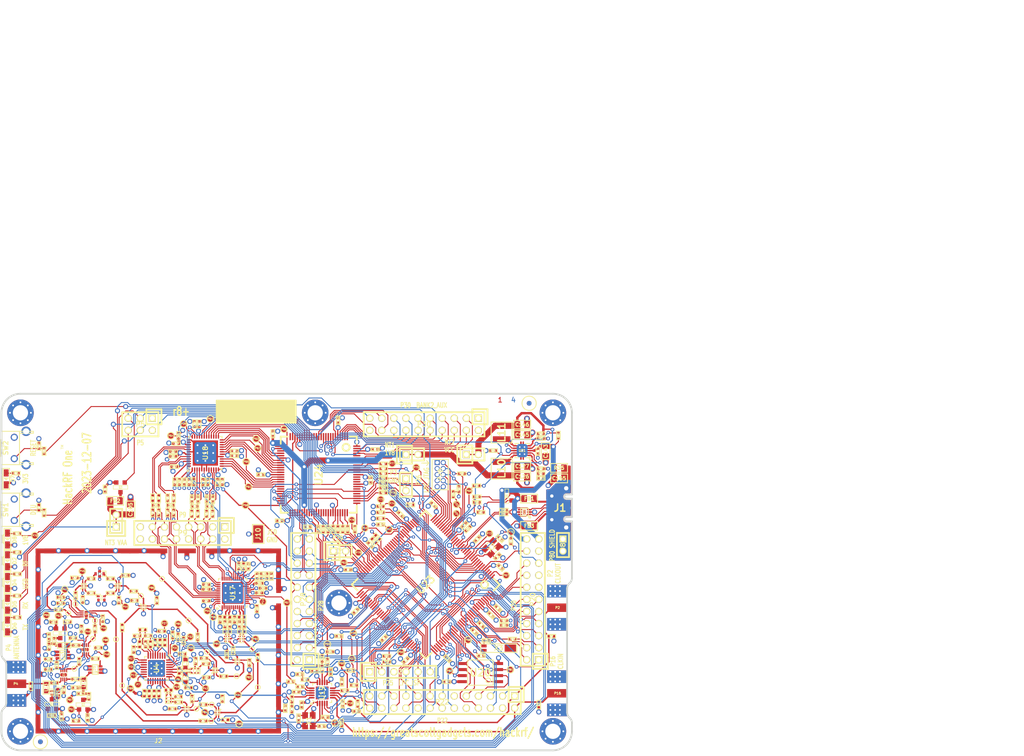
<source format=kicad_pcb>
(kicad_pcb (version 20211014) (generator pcbnew)

  (general
    (thickness 1.6116)
  )

  (paper "USLegal")
  (title_block
    (title "${TITLE}")
    (date "${DATE}")
    (rev "${VERSION}")
    (company "${COPYRIGHT}")
    (comment 1 "${LICENSE}")
  )

  (layers
    (0 "F.Cu" signal "C1F")
    (1 "In1.Cu" signal "C2")
    (2 "In2.Cu" signal "C3")
    (31 "B.Cu" signal "C4B")
    (32 "B.Adhes" user "B.Adhesive")
    (33 "F.Adhes" user "F.Adhesive")
    (34 "B.Paste" user)
    (35 "F.Paste" user)
    (36 "B.SilkS" user "B.Silkscreen")
    (37 "F.SilkS" user "F.Silkscreen")
    (38 "B.Mask" user)
    (39 "F.Mask" user)
    (41 "Cmts.User" user "User.Comments")
    (44 "Edge.Cuts" user)
    (45 "Margin" user)
    (46 "B.CrtYd" user "B.Courtyard")
    (47 "F.CrtYd" user "F.Courtyard")
    (49 "F.Fab" user)
  )

  (setup
    (stackup
      (layer "F.SilkS" (type "Top Silk Screen") (color "White"))
      (layer "F.Paste" (type "Top Solder Paste"))
      (layer "F.Mask" (type "Top Solder Mask") (color "Green") (thickness 0.0127) (material "LPI") (epsilon_r 3.8) (loss_tangent 0))
      (layer "F.Cu" (type "copper") (thickness 0.035))
      (layer "dielectric 1" (type "prepreg") (thickness 0.2104) (material "7628") (epsilon_r 4.6) (loss_tangent 0))
      (layer "In1.Cu" (type "copper") (thickness 0.0152))
      (layer "dielectric 2" (type "core") (thickness 1.065) (material "7628") (epsilon_r 4.6) (loss_tangent 0))
      (layer "In2.Cu" (type "copper") (thickness 0.0152))
      (layer "dielectric 3" (type "prepreg") (thickness 0.2104) (material "7628") (epsilon_r 4.6) (loss_tangent 0))
      (layer "B.Cu" (type "copper") (thickness 0.035))
      (layer "B.Mask" (type "Bottom Solder Mask") (color "Green") (thickness 0.0127) (material "LPI") (epsilon_r 3.8) (loss_tangent 0))
      (layer "B.Paste" (type "Bottom Solder Paste"))
      (layer "B.SilkS" (type "Bottom Silk Screen") (color "White"))
      (copper_finish "ENIG")
      (dielectric_constraints yes)
    )
    (pad_to_mask_clearance 0.05)
    (pad_to_paste_clearance_ratio -0.12)
    (pcbplotparams
      (layerselection 0x00010e8_ffffffff)
      (disableapertmacros false)
      (usegerberextensions true)
      (usegerberattributes false)
      (usegerberadvancedattributes true)
      (creategerberjobfile false)
      (svguseinch false)
      (svgprecision 6)
      (excludeedgelayer true)
      (plotframeref false)
      (viasonmask false)
      (mode 1)
      (useauxorigin false)
      (hpglpennumber 1)
      (hpglpenspeed 20)
      (hpglpendiameter 15.000000)
      (dxfpolygonmode true)
      (dxfimperialunits true)
      (dxfusepcbnewfont true)
      (psnegative false)
      (psa4output false)
      (plotreference false)
      (plotvalue false)
      (plotinvisibletext false)
      (sketchpadsonfab false)
      (subtractmaskfromsilk false)
      (outputformat 1)
      (mirror false)
      (drillshape 0)
      (scaleselection 1)
      (outputdirectory "gerbers")
    )
  )

  (property "COPYRIGHT" "Copyright 2012-2023 Great Scott Gadgets")
  (property "DATE" "2023-12-07")
  (property "LICENSE" "Licensed under the CERN-OHL-P v2")
  (property "TITLE" "HackRF One")
  (property "VERSION" "8+")

  (net 0 "")
  (net 1 "!MIX_BYPASS")
  (net 2 "!RX_AMP_PWR")
  (net 3 "!TX_AMP_PWR")
  (net 4 "!VAA_ENABLE")
  (net 5 "/baseband/CLK0")
  (net 6 "/baseband/CLK1")
  (net 7 "/baseband/CLK2")
  (net 8 "/baseband/CLK3")
  (net 9 "/baseband/CLK5")
  (net 10 "/baseband/COM")
  (net 11 "/baseband/CPOUT+")
  (net 12 "/baseband/CPOUT-")
  (net 13 "/baseband/IA+")
  (net 14 "/baseband/IA-")
  (net 15 "/baseband/ID+")
  (net 16 "/baseband/ID-")
  (net 17 "/baseband/INTR")
  (net 18 "/baseband/OEB")
  (net 19 "/baseband/QA+")
  (net 20 "/baseband/QA-")
  (net 21 "/baseband/QD+")
  (net 22 "/baseband/QD-")
  (net 23 "/baseband/REFN")
  (net 24 "/baseband/REFP")
  (net 25 "/baseband/RXBBI+")
  (net 26 "/baseband/RXBBI-")
  (net 27 "/baseband/RXBBQ+")
  (net 28 "/baseband/RXBBQ-")
  (net 29 "/baseband/TXBBI+")
  (net 30 "/baseband/TXBBI-")
  (net 31 "/baseband/TXBBQ+")
  (net 32 "/baseband/TXBBQ-")
  (net 33 "/baseband/XA")
  (net 34 "/baseband/XB")
  (net 35 "/baseband/XCVR_CLKOUT")
  (net 36 "/baseband/XTAL2")
  (net 37 "/frontend/!ANT_BIAS")
  (net 38 "/frontend/REF_IN")
  (net 39 "/frontend/RX_AMP_OUT")
  (net 40 "/frontend/TX_AMP_IN")
  (net 41 "/frontend/TX_AMP_OUT")
  (net 42 "/mcu/usb/power/ADC0_0")
  (net 43 "/mcu/usb/power/ADC0_2")
  (net 44 "/mcu/usb/power/ADC0_5")
  (net 45 "/mcu/usb/power/ADC0_6")
  (net 46 "/mcu/usb/power/B1AUX13")
  (net 47 "/mcu/usb/power/B1AUX14")
  (net 48 "/mcu/usb/power/B2AUX1")
  (net 49 "/mcu/usb/power/B2AUX10")
  (net 50 "/mcu/usb/power/B2AUX11")
  (net 51 "/mcu/usb/power/B2AUX12")
  (net 52 "/mcu/usb/power/B2AUX13")
  (net 53 "/mcu/usb/power/B2AUX14")
  (net 54 "/mcu/usb/power/B2AUX15")
  (net 55 "/mcu/usb/power/B2AUX16")
  (net 56 "/mcu/usb/power/B2AUX2")
  (net 57 "/mcu/usb/power/B2AUX3")
  (net 58 "/mcu/usb/power/B2AUX4")
  (net 59 "/mcu/usb/power/B2AUX5")
  (net 60 "/mcu/usb/power/B2AUX6")
  (net 61 "/mcu/usb/power/B2AUX7")
  (net 62 "/mcu/usb/power/B2AUX8")
  (net 63 "/mcu/usb/power/B2AUX9")
  (net 64 "/mcu/usb/power/BANK2F3M1")
  (net 65 "/mcu/usb/power/BANK2F3M10")
  (net 66 "/mcu/usb/power/BANK2F3M11")
  (net 67 "/mcu/usb/power/BANK2F3M12")
  (net 68 "/mcu/usb/power/BANK2F3M14")
  (net 69 "/mcu/usb/power/BANK2F3M15")
  (net 70 "/mcu/usb/power/BANK2F3M16")
  (net 71 "/mcu/usb/power/BANK2F3M2")
  (net 72 "/mcu/usb/power/BANK2F3M3")
  (net 73 "/mcu/usb/power/BANK2F3M4")
  (net 74 "/mcu/usb/power/BANK2F3M5")
  (net 75 "/mcu/usb/power/BANK2F3M6")
  (net 76 "/mcu/usb/power/BANK2F3M7")
  (net 77 "/mcu/usb/power/BANK2F3M8")
  (net 78 "/mcu/usb/power/BANK2F3M9")
  (net 79 "/mcu/usb/power/CPLD_TCK")
  (net 80 "/mcu/usb/power/CPLD_TDI")
  (net 81 "/mcu/usb/power/CPLD_TDO")
  (net 82 "/mcu/usb/power/CPLD_TMS")
  (net 83 "/mcu/usb/power/DBGEN")
  (net 84 "/mcu/usb/power/DM")
  (net 85 "/mcu/usb/power/DP")
  (net 86 "/mcu/usb/power/EN1V8")
  (net 87 "/mcu/usb/power/GCK0")
  (net 88 "/mcu/usb/power/GPIO3_10")
  (net 89 "/mcu/usb/power/GPIO3_11")
  (net 90 "/mcu/usb/power/GPIO3_12")
  (net 91 "/mcu/usb/power/GPIO3_13")
  (net 92 "/mcu/usb/power/GPIO3_14")
  (net 93 "/mcu/usb/power/GPIO3_15")
  (net 94 "/mcu/usb/power/GPIO3_8")
  (net 95 "/mcu/usb/power/GPIO3_9")
  (net 96 "/mcu/usb/power/GP_CLKIN")
  (net 97 "/mcu/usb/power/I2C1_SCL")
  (net 98 "/mcu/usb/power/I2C1_SDA")
  (net 99 "/mcu/usb/power/I2S0_RX_MCLK")
  (net 100 "/mcu/usb/power/I2S0_RX_SCK")
  (net 101 "/mcu/usb/power/I2S0_RX_SDA")
  (net 102 "/mcu/usb/power/I2S0_RX_WS")
  (net 103 "/mcu/usb/power/I2S0_TX_MCLK")
  (net 104 "/mcu/usb/power/I2S0_TX_SCK")
  (net 105 "/mcu/usb/power/ISP")
  (net 106 "/mcu/usb/power/LED1")
  (net 107 "/mcu/usb/power/LED2")
  (net 108 "/mcu/usb/power/LED3")
  (net 109 "/mcu/usb/power/P1_1")
  (net 110 "/mcu/usb/power/P1_2")
  (net 111 "/mcu/usb/power/P2_13")
  (net 112 "/mcu/usb/power/P2_8")
  (net 113 "/mcu/usb/power/P2_9")
  (net 114 "/mcu/usb/power/REG_OUT1")
  (net 115 "/mcu/usb/power/REG_OUT2")
  (net 116 "/mcu/usb/power/RESET")
  (net 117 "/mcu/usb/power/RREF")
  (net 118 "/mcu/usb/power/RTCX1")
  (net 119 "/mcu/usb/power/RTCX2")
  (net 120 "/mcu/usb/power/RTC_ALARM")
  (net 121 "/mcu/usb/power/SD_CD")
  (net 122 "/mcu/usb/power/SD_CLK")
  (net 123 "/mcu/usb/power/SD_CMD")
  (net 124 "/mcu/usb/power/SD_DAT0")
  (net 125 "/mcu/usb/power/SD_DAT1")
  (net 126 "/mcu/usb/power/SD_DAT2")
  (net 127 "/mcu/usb/power/SD_DAT3")
  (net 128 "/mcu/usb/power/SD_POW")
  (net 129 "/mcu/usb/power/SD_VOLT0")
  (net 130 "/mcu/usb/power/SGPIO0")
  (net 131 "/mcu/usb/power/SGPIO1")
  (net 132 "/mcu/usb/power/SGPIO10")
  (net 133 "/mcu/usb/power/SGPIO11")
  (net 134 "/mcu/usb/power/SGPIO12")
  (net 135 "/mcu/usb/power/SGPIO13")
  (net 136 "/mcu/usb/power/SGPIO14")
  (net 137 "/mcu/usb/power/SGPIO15")
  (net 138 "/mcu/usb/power/SGPIO2")
  (net 139 "/mcu/usb/power/SGPIO3")
  (net 140 "/mcu/usb/power/SGPIO4")
  (net 141 "/mcu/usb/power/SGPIO5")
  (net 142 "/mcu/usb/power/SGPIO6")
  (net 143 "/mcu/usb/power/SGPIO7")
  (net 144 "/mcu/usb/power/SGPIO9")
  (net 145 "/mcu/usb/power/SPIFI_CS")
  (net 146 "/mcu/usb/power/SPIFI_CIPO")
  (net 147 "/mcu/usb/power/SPIFI_COPI")
  (net 148 "/mcu/usb/power/SPIFI_SCK")
  (net 149 "/mcu/usb/power/SPIFI_SIO2")
  (net 150 "/mcu/usb/power/SPIFI_SIO3")
  (net 151 "/mcu/usb/power/TCK")
  (net 152 "/mcu/usb/power/TDI")
  (net 153 "/mcu/usb/power/TDO")
  (net 154 "/mcu/usb/power/TMS")
  (net 155 "/mcu/usb/power/U0_RXD")
  (net 156 "/mcu/usb/power/U0_TXD")
  (net 157 "/mcu/usb/power/USB_SHIELD")
  (net 158 "/mcu/usb/power/VBAT")
  (net 159 "/mcu/usb/power/VBUS")
  (net 160 "/mcu/usb/power/VBUSCTRL")
  (net 161 "/mcu/usb/power/VIN")
  (net 162 "/mcu/usb/power/VREGMODE")
  (net 163 "/mcu/usb/power/WAKEUP")
  (net 164 "/mcu/usb/power/XTAL1")
  (net 165 "/mcu/usb/power/XTAL2")
  (net 166 "AMP_BYPASS")
  (net 167 "CLK6")
  (net 168 "CLKIN")
  (net 169 "CLKOUT")
  (net 170 "CS_AD")
  (net 171 "CS_XCVR")
  (net 172 "DA0")
  (net 173 "DA1")
  (net 174 "DA2")
  (net 175 "DA3")
  (net 176 "DA4")
  (net 177 "DA5")
  (net 178 "DA6")
  (net 179 "DA7")
  (net 180 "DD0")
  (net 181 "DD1")
  (net 182 "DD2")
  (net 183 "DD3")
  (net 184 "DD4")
  (net 185 "DD5")
  (net 186 "DD6")
  (net 187 "DD7")
  (net 188 "DD8")
  (net 189 "DD9")
  (net 190 "GCK1")
  (net 191 "GCK2")
  (net 192 "GND")
  (net 193 "HP")
  (net 194 "LP")
  (net 195 "MCU_CLK")
  (net 196 "MIXER_ENX")
  (net 197 "MIXER_RESETX")
  (net 198 "MIXER_SCLK")
  (net 199 "MIXER_SDATA")
  (net 200 "MIX_BYPASS")
  (net 201 "MIX_CLK")
  (net 202 "RSSI")
  (net 203 "RX")
  (net 204 "RXENABLE")
  (net 205 "RX_AMP")
  (net 206 "RX_IF")
  (net 207 "RX_MIX_BP")
  (net 208 "SCL")
  (net 209 "SDA")
  (net 210 "SGPIO_CLK")
  (net 211 "SSP1_CIPO")
  (net 212 "SSP1_COPI")
  (net 213 "SSP1_SCK")
  (net 214 "TXENABLE")
  (net 215 "TX_AMP")
  (net 216 "TX_IF")
  (net 217 "TX_MIX_BP")
  (net 218 "VAA")
  (net 219 "VCC")
  (net 220 "XCVR_EN")
  (net 221 "Net-(C8-Pad2)")
  (net 222 "Net-(C9-Pad2)")
  (net 223 "Net-(C9-Pad1)")
  (net 224 "Net-(C12-Pad1)")
  (net 225 "Net-(C13-Pad1)")
  (net 226 "Net-(C14-Pad2)")
  (net 227 "Net-(C14-Pad1)")
  (net 228 "Net-(C15-Pad2)")
  (net 229 "Net-(C17-Pad2)")
  (net 230 "Net-(C17-Pad1)")
  (net 231 "Net-(C18-Pad2)")
  (net 232 "Net-(C18-Pad1)")
  (net 233 "Net-(C20-Pad2)")
  (net 234 "Net-(C20-Pad1)")
  (net 235 "Net-(C21-Pad2)")
  (net 236 "Net-(C21-Pad1)")
  (net 237 "Net-(C23-Pad2)")
  (net 238 "Net-(C23-Pad1)")
  (net 239 "Net-(C25-Pad1)")
  (net 240 "Net-(C26-Pad2)")
  (net 241 "Net-(C26-Pad1)")
  (net 242 "Net-(C27-Pad2)")
  (net 243 "Net-(C27-Pad1)")
  (net 244 "Net-(C28-Pad2)")
  (net 245 "Net-(C28-Pad1)")
  (net 246 "Net-(C31-Pad2)")
  (net 247 "Net-(C31-Pad1)")
  (net 248 "Net-(C32-Pad2)")
  (net 249 "Net-(C32-Pad1)")
  (net 250 "Net-(C43-Pad2)")
  (net 251 "Net-(C43-Pad1)")
  (net 252 "Net-(C44-Pad2)")
  (net 253 "Net-(C44-Pad1)")
  (net 254 "Net-(C46-Pad2)")
  (net 255 "Net-(C46-Pad1)")
  (net 256 "Net-(C48-Pad1)")
  (net 257 "Net-(C49-Pad2)")
  (net 258 "Net-(C50-Pad1)")
  (net 259 "Net-(C51-Pad2)")
  (net 260 "Net-(C51-Pad1)")
  (net 261 "Net-(C163-Pad2)")
  (net 262 "Net-(C58-Pad2)")
  (net 263 "Net-(C59-Pad2)")
  (net 264 "Net-(C61-Pad2)")
  (net 265 "Net-(C61-Pad1)")
  (net 266 "Net-(C62-Pad2)")
  (net 267 "Net-(C64-Pad2)")
  (net 268 "Net-(C64-Pad1)")
  (net 269 "Net-(C99-Pad2)")
  (net 270 "Net-(C99-Pad1)")
  (net 271 "Net-(C102-Pad2)")
  (net 272 "Net-(C102-Pad1)")
  (net 273 "Net-(C104-Pad2)")
  (net 274 "Net-(C104-Pad1)")
  (net 275 "Net-(C105-Pad1)")
  (net 276 "Net-(C106-Pad1)")
  (net 277 "Net-(C111-Pad2)")
  (net 278 "Net-(C111-Pad1)")
  (net 279 "Net-(C114-Pad2)")
  (net 280 "Net-(C114-Pad1)")
  (net 281 "Net-(C125-Pad2)")
  (net 282 "Net-(C160-Pad1)")
  (net 283 "Net-(D2-Pad2)")
  (net 284 "Net-(D4-Pad2)")
  (net 285 "Net-(D5-Pad2)")
  (net 286 "Net-(D6-Pad2)")
  (net 287 "Net-(D7-Pad2)")
  (net 288 "Net-(D8-Pad2)")
  (net 289 "Net-(FB1-Pad1)")
  (net 290 "Net-(FB2-Pad1)")
  (net 291 "Net-(FB3-Pad1)")
  (net 292 "Net-(J1-Pad4)")
  (net 293 "Net-(J1-Pad3)")
  (net 294 "Net-(J1-Pad2)")
  (net 295 "Net-(L1-Pad2)")
  (net 296 "Net-(L1-Pad1)")
  (net 297 "Net-(L2-Pad1)")
  (net 298 "Net-(L3-Pad1)")
  (net 299 "Net-(L10-Pad1)")
  (net 300 "Net-(L11-Pad2)")
  (net 301 "Net-(D10-Pad1)")
  (net 302 "Net-(P6-Pad1)")
  (net 303 "Net-(P7-Pad1)")
  (net 304 "Net-(P17-Pad1)")
  (net 305 "Net-(P19-Pad1)")
  (net 306 "Net-(P24-Pad1)")
  (net 307 "Net-(R4-Pad2)")
  (net 308 "Net-(R30-Pad2)")
  (net 309 "Net-(R19-Pad2)")
  (net 310 "Net-(R51-Pad1)")
  (net 311 "Net-(R52-Pad2)")
  (net 312 "Net-(R55-Pad2)")
  (net 313 "Net-(R62-Pad1)")
  (net 314 "/frontend/RX_AMP_IN")
  (net 315 "+1V8")
  (net 316 "unconnected-(P25-Pad3)")
  (net 317 "unconnected-(P26-Pad7)")
  (net 318 "unconnected-(U4-Pad1)")
  (net 319 "unconnected-(U4-Pad2)")
  (net 320 "unconnected-(U4-Pad3)")
  (net 321 "unconnected-(U4-Pad11)")
  (net 322 "unconnected-(U4-Pad13)")
  (net 323 "unconnected-(U4-Pad14)")
  (net 324 "unconnected-(U4-Pad17)")
  (net 325 "unconnected-(U4-Pad18)")
  (net 326 "unconnected-(U4-Pad20)")
  (net 327 "unconnected-(U4-Pad21)")
  (net 328 "unconnected-(U9-Pad2)")
  (net 329 "unconnected-(U12-Pad2)")
  (net 330 "unconnected-(U14-Pad2)")
  (net 331 "unconnected-(U15-Pad4)")
  (net 332 "unconnected-(U15-Pad6)")
  (net 333 "unconnected-(U17-Pad3)")
  (net 334 "unconnected-(U17-Pad6)")
  (net 335 "unconnected-(U17-Pad8)")
  (net 336 "unconnected-(U17-Pad9)")
  (net 337 "unconnected-(U17-Pad12)")
  (net 338 "unconnected-(U17-Pad14)")
  (net 339 "unconnected-(U17-Pad18)")
  (net 340 "unconnected-(U17-Pad33)")
  (net 341 "unconnected-(U17-Pad34)")
  (net 342 "unconnected-(U17-Pad40)")
  (net 343 "unconnected-(U18-Pad38)")
  (net 344 "unconnected-(U23-Pad85)")
  (net 345 "unconnected-(U23-Pad89)")
  (net 346 "unconnected-(U23-Pad90)")
  (net 347 "unconnected-(U24-Pad14)")
  (net 348 "unconnected-(U24-Pad15)")
  (net 349 "unconnected-(U24-Pad16)")
  (net 350 "unconnected-(U24-Pad20)")
  (net 351 "unconnected-(U24-Pad25)")
  (net 352 "unconnected-(U24-Pad44)")
  (net 353 "unconnected-(U24-Pad46)")
  (net 354 "unconnected-(U24-Pad49)")
  (net 355 "unconnected-(U24-Pad50)")
  (net 356 "unconnected-(U24-Pad52)")
  (net 357 "unconnected-(U24-Pad53)")
  (net 358 "unconnected-(U24-Pad54)")
  (net 359 "unconnected-(U24-Pad58)")
  (net 360 "unconnected-(U24-Pad59)")
  (net 361 "unconnected-(U24-Pad60)")
  (net 362 "unconnected-(U24-Pad63)")
  (net 363 "unconnected-(U24-Pad65)")
  (net 364 "unconnected-(U24-Pad66)")
  (net 365 "unconnected-(U24-Pad68)")
  (net 366 "unconnected-(U24-Pad73)")
  (net 367 "unconnected-(U24-Pad75)")
  (net 368 "unconnected-(U24-Pad80)")
  (net 369 "unconnected-(U24-Pad82)")
  (net 370 "unconnected-(U24-Pad85)")
  (net 371 "unconnected-(U24-Pad86)")
  (net 372 "unconnected-(U24-Pad87)")
  (net 373 "unconnected-(U24-Pad93)")
  (net 374 "unconnected-(U24-Pad95)")
  (net 375 "unconnected-(U24-Pad96)")
  (net 376 "Net-(D10-Pad2)")
  (net 377 "Net-(Q1-Pad3)")
  (net 378 "Net-(Q2-Pad3)")
  (net 379 "/mcu/usb/power/ADC0_3")

  (footprint "gsg-modules:LTST-S220" (layer "F.Cu") (at 61.27 148.838 -90))

  (footprint "gsg-modules:LTST-S220" (layer "F.Cu") (at 61.27 139.694 -90))

  (footprint "gsg-modules:LTST-S220" (layer "F.Cu") (at 61.27 130.55 -90))

  (footprint "gsg-modules:LTST-S220" (layer "F.Cu") (at 61.27 144.266 -90))

  (footprint "gsg-modules:LTST-S220" (layer "F.Cu") (at 61.27 135.122 -90))

  (footprint "GSG-TESTPOINT-30MIL-MASKONLY" (layer "F.Cu") (at 89.31402 142.49908))

  (footprint "GSG-TESTPOINT-30MIL-MASKONLY" (layer "F.Cu") (at 84.1046 151.6574))

  (footprint "GSG-TESTPOINT-30MIL-MASKONLY" (layer "F.Cu") (at 75.57516 144.21358))

  (footprint "GSG-TESTPOINT-30MIL-MASKONLY" (layer "F.Cu") (at 74.0537 146.1516))

  (footprint "GSG-TESTPOINT-30MIL-MASKONLY" (layer "F.Cu") (at 93.782 138.932))

  (footprint "GSG-TESTPOINT-30MIL-MASKONLY" (layer "F.Cu") (at 85.4 161.3602))

  (footprint "GSG-TESTPOINT-30MIL-MASKONLY" (layer "F.Cu") (at 75.33894 157.8483))

  (footprint "GSG-TESTPOINT-30MIL-MASKONLY" (layer "F.Cu") (at 79.28 151.506))

  (footprint "GSG-TESTPOINT-30MIL-MASKONLY" (layer "F.Cu") (at 113.919 161.74974))

  (footprint "GSG-TESTPOINT-30MIL-MASKONLY" (layer "F.Cu") (at 104.11206 168.79824))

  (footprint "GSG-TESTPOINT-30MIL-MASKONLY" (layer "F.Cu") (at 104.25176 165.37432))

  (footprint "GSG-TESTPOINT-30MIL-MASKONLY" (layer "F.Cu") (at 101.0158 166.26332))

  (footprint "GSG-TESTPOINT-30MIL-MASKONLY" (layer "F.Cu") (at 79.6671 147.71116))

  (footprint "GSG-TESTPOINT-30MIL-MASKONLY" (layer "F.Cu") (at 109.47654 159.42564))

  (footprint "GSG-TESTPOINT-30MIL-MASKONLY" (layer "F.Cu") (at 99.36226 147.6883))

  (footprint "GSG-TESTPOINT-30MIL-MASKONLY" (layer "F.Cu") (at 103.23068 154.2796))

  (footprint "GSG-TESTPOINT-30MIL-MASKONLY" (layer "F.Cu") (at 112.71504 153.71064))

  (footprint "gsg-modules:LTST-S220" (layer "F.Cu") (at 61 117.9 -90))

  (footprint "GSG-MARK1MM" (layer "F.Cu") (at 171 102))

  (footprint "hackrf:GSG-0402" (layer "F.Cu") (at 91.0964 163.0468 -90))

  (footprint "hackrf:GSG-0402" (layer "F.Cu") (at 90.0804 163.0468 -90))

  (footprint "hackrf:GSG-0402" (layer "F.Cu") (at 93.1284 163.0468 -90))

  (footprint "hackrf:GSG-0402" (layer "F.Cu") (at 92.1124 163.0468 -90))

  (footprint "hackrf:GSG-0402" (layer "F.Cu") (at 92.341 152.328 90))

  (footprint "hackrf:GSG-0402" (layer "F.Cu") (at 93.357 152.328 90))

  (footprint "hackrf:GSG-0402" (layer "F.Cu") (at 107.084 168.5762 180))

  (footprint "hackrf:GSG-0402" (layer "F.Cu") (at 113.919 155.448 -90))

  (footprint "hackrf:GSG-0402" (layer "F.Cu") (at 85.4 149.1682 90))

  (footprint "hackrf:GSG-0402" (layer "F.Cu") (at 87.9808 143.4816))

  (footprint "hackrf:GSG-0402" (layer "F.Cu") (at 84.7138 143.4622 90))

  (footprint "hackrf:GSG-0402" (layer "F.Cu") (at 87.7944 153.8266 -90))

  (footprint "hackrf:GSG-0402" (layer "F.Cu") (at 88.5564 150.9056 180))

  (footprint "hackrf:GSG-0402" (layer "F.Cu") (at 90.3344 152.6836 90))

  (footprint "hackrf:GSG-0402" (layer "F.Cu") (at 90.8424 150.9056))

  (footprint "hackrf:GSG-0402" (layer "F.Cu") (at 106.4998 164.1566 90))

  (footprint "hackrf:GSG-0402" (layer "F.Cu") (at 82.9358 141.9382))

  (footprint "hackrf:GSG-0402" (layer "F.Cu") (at 78.8718 141.9382))

  (footprint "hackrf:GSG-0402" (layer "F.Cu") (at 77.0938 143.3352 90))

  (footprint "hackrf:GSG-0402" (layer "F.Cu") (at 87.8078 141.5288))

  (footprint "hackrf:GSG-0402" (layer "F.Cu") (at 102.4382 165.3794 180))

  (footprint "hackrf:GSG-0402" (layer "F.Cu") (at 95.9732 166.2726))

  (footprint "hackrf:GSG-0402" (layer "F.Cu") (at 101.2698 151.1808 90))

  (footprint "hackrf:GSG-0402" (layer "F.Cu") (at 92.6798 143.4816 -90))

  (footprint "hackrf:GSG-0402" (layer "F.Cu") (at 97.1924 163.7326))

  (footprint "hackrf:GSG-0402" (layer "F.Cu") (at 78.8718 138.8902 180))

  (footprint "hackrf:GSG-0402" (layer "F.Cu") (at 82.9358 138.8902))

  (footprint "hackrf:GSG-0402" (layer "F.Cu") (at 97.1924 164.8756))

  (footprint "hackrf:GSG-0402" (layer "F.Cu") (at 75.4174 138.7124 180))

  (footprint "hackrf:GSG-0402" (layer "F.Cu") (at 86.1 138.2))

  (footprint "hackrf:GSG-0402" (layer "F.Cu") (at 75.5952 142.4462 90))

  (footprint "hackrf:GSG-0402" (layer "F.Cu") (at 102.4382 168.8084 180))

  (footprint "hackrf:GSG-0402" (layer "F.Cu") (at 100.1134 164.139 90))

  (footprint "hackrf:GSG-0402" (layer "F.Cu") (at 98.31 151.9216 90))

  (footprint "hackrf:GSG-0402" (layer "F.Cu") (at 97.167 151.1596 90))

  (footprint "hackrf:GSG-0402" (layer "F.Cu") (at 96.024 150.7786 90))

  (footprint "hackrf:GSG-0402" (layer "F.Cu") (at 93.738 149.915 180))

  (footprint "hackrf:GSG-0402" (layer "F.Cu") (at 72.4456 142.8272))

  (footprint "hackrf:GSG-0402" (layer "F.Cu") (at 81.3054 147.3454 90))

  (footprint "hackrf:GSG-0402" (layer "F.Cu") (at 72.4456 144.0718))

  (footprint "hackrf:GSG-0402" (layer "F.Cu") (at 99.326 161.8276))

  (footprint "hackrf:GSG-0402" (layer "F.Cu") (at 98.056 154.7156 180))

  (footprint "hackrf:GSG-0402" (layer "F.Cu") (at 72.009 145.415 180))

  (footprint "hackrf:GSG-0402" (layer "F.Cu") (at 79.6798 149.4282 90))

  (footprint "hackrf:GSG-0402" (layer "F.Cu") (at 102.5906 155.6512))

  (footprint "hackrf:GSG-0402" (layer "F.Cu") (at 103.0478 156.7942 180))

  (footprint "hackrf:GSG-0402" (layer "F.Cu") (at 112.1664 156.5656 90))

  (footprint "hackrf:GSG-0402" (layer "F.Cu") (at 108.7374 154.0002 90))

  (footprint "hackrf:GSG-0402" (layer "F.Cu") (at 100.85 156.2396 -90))

  (footprint "hackrf:GSG-0402" (layer "F.Cu") (at 75.678 152.92))

  (footprint "hackrf:GSG-0402" (layer "F.Cu") (at 106.7414 159.434 180))

  (footprint "hackrf:GSG-0402" (layer "F.Cu") (at 70 153.2 -90))

  (footprint "hackrf:GSG-0402" (layer "F.Cu") (at 70.9474 147.9998 180))

  (footprint "hackrf:GSG-0402" (layer "F.Cu") (at 103.124 159.6644 180))

  (footprint "hackrf:GSG-0402" (layer "F.Cu") (at 80.377 153.428))

  (footprint "hackrf:GSG-0402" (layer "F.Cu") (at 107.3912 154.8638 90))

  (footprint "hackrf:GSG-0402" (layer "F.Cu") (at 76.835 149.4282 90))

  (footprint "hackrf:GSG-0402" (layer "F.Cu") (at 71.614 157.111 90))

  (footprint "hackrf:GSG-0402" (layer "F.Cu") (at 79.742 155.714))

  (footprint "hackrf:GSG-0402" (layer "F.Cu") (at 75.043 151.396))

  (footprint "hackrf:GSG-0402" (layer "F.Cu") (at 76.3638 156.3236 90))

  (footprint "hackrf:GSG-0402" (layer "F.Cu") (at 75.551 160.032))

  (footprint "hackrf:GSG-0402" (layer "F.Cu") (at 73.0872 162.2418 -90))

  (footprint "hackrf:GSG-0402" (layer "F.Cu") (at 71.13 160.81 180))

  (footprint "hackrf:GSG-0402" (layer "F.Cu") (at 69.836 158))

  (footprint "hackrf:GSG-0402" (layer "F.Cu") (at 69.836 155.841))

  (footprint "hackrf:GSG-0402" (layer "F.Cu") (at 121.0802 164.2964 -90))

  (footprint "hackrf:GSG-0402" (layer "F.Cu") (at 127.4624 155.7214 90))

  (footprint "hackrf:GSG-0402" (layer "F.Cu") (at 129.088 154.2736))

  (footprint "hackrf:GSG-0402" (layer "F.Cu") (at 121.0802 166.3284 -90))

  (footprint "hackrf:GSG-0402" (layer "F.Cu") (at 100.4824 118.5578 -90))

  (footprint "hackrf:GSG-0402" (layer "F.Cu") (at 99.4664 118.5578 -90))

  (footprint "hackrf:GSG-0402" (layer "F.Cu") (at 103.4034 118.5578 -90))

  (footprint "hackrf:GSG-0402" (layer "F.Cu") (at 102.3874 118.5578 -90))

  (footprint "hackrf:GSG-0402" (layer "F.Cu") (at 105.4354 118.5578 -90))

  (footprint "hackrf:GSG-0402" (layer "F.Cu") (at 106.4514 118.5578 -90))

  (footprint "hackrf:GSG-0402" (layer "F.Cu") (at 101.6254 106.3658 90))

  (footprint "hackrf:GSG-0402" (layer "F.Cu") (at 100.6094 106.3658 90))

  (footprint "hackrf:GSG-0402" (layer "F.Cu")
    (tedit 4FB6CFE4) (tstamp 00000000-0000-0000-0000-00005787e271)
    (at 96.7359 110.4933 180)
    (property "Description" "CAP CER 0.1UF 25V X5R 0402")
    (property "Manufacturer" "Samsung")
    (property "Part Number" "CL05A104KA5NNNC")
    (property "Sheetfile" "baseband.kicad_sch")
    (property "Sheetname" "baseband")
    (property "Substitution" "Murata GRM155R61A104KA01D")
    (path "/00000000-0000-0000-0000-000050370666/00000000-0000-0000-0000-0000503c49f8")
    (solder_mask_margin 0.1016)
    (attr through_hole)
    (fp_text reference "C79" (at 0 0.0508 180) (layer "F.SilkS")
      (effects (font (size 0.4064 0.4064) (thickness 0.1016)))
      (tstamp 0dd62723-ff86-4b49-a465-2fc2135e9e74)
    )
    (fp_text value "100nF" (at 0 0.0508 180) (layer "F.SilkS") hide
      (effects (font (size 0.4064 0.4064) (thickness 0.1016)))
      (tstamp 8b436394-cfe5-4281-8a44-d8250485bc73)
    )
    (fp_line (start 0.889 -0.381) (end 0.889 0.381) (layer "F.SilkS") (width 0.2032) (tstamp 276c4314-4e47-4380-a23e-7ce338b09b13))
    (fp_line (start -0.8
... [4433396 chars truncated]
</source>
